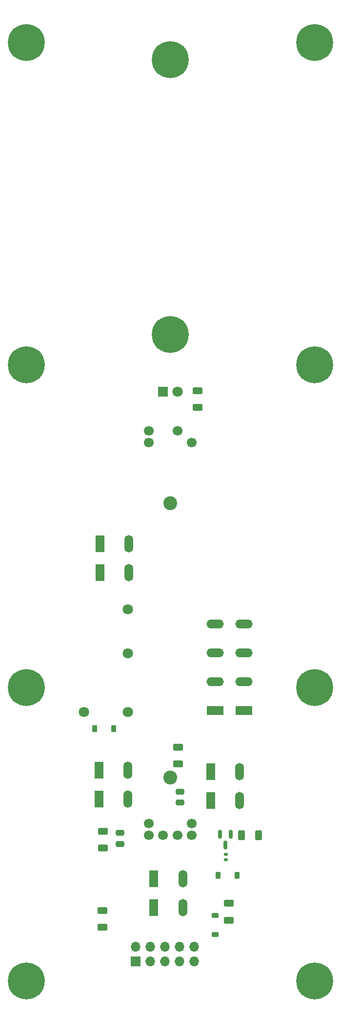
<source format=gbr>
%TF.GenerationSoftware,KiCad,Pcbnew,7.0.8*%
%TF.CreationDate,2023-11-15T13:51:47+01:00*%
%TF.ProjectId,module-rev1,6d6f6475-6c65-42d7-9265-76312e6b6963,rev?*%
%TF.SameCoordinates,Original*%
%TF.FileFunction,Soldermask,Top*%
%TF.FilePolarity,Negative*%
%FSLAX46Y46*%
G04 Gerber Fmt 4.6, Leading zero omitted, Abs format (unit mm)*
G04 Created by KiCad (PCBNEW 7.0.8) date 2023-11-15 13:51:47*
%MOMM*%
%LPD*%
G01*
G04 APERTURE LIST*
G04 Aperture macros list*
%AMRoundRect*
0 Rectangle with rounded corners*
0 $1 Rounding radius*
0 $2 $3 $4 $5 $6 $7 $8 $9 X,Y pos of 4 corners*
0 Add a 4 corners polygon primitive as box body*
4,1,4,$2,$3,$4,$5,$6,$7,$8,$9,$2,$3,0*
0 Add four circle primitives for the rounded corners*
1,1,$1+$1,$2,$3*
1,1,$1+$1,$4,$5*
1,1,$1+$1,$6,$7*
1,1,$1+$1,$8,$9*
0 Add four rect primitives between the rounded corners*
20,1,$1+$1,$2,$3,$4,$5,0*
20,1,$1+$1,$4,$5,$6,$7,0*
20,1,$1+$1,$6,$7,$8,$9,0*
20,1,$1+$1,$8,$9,$2,$3,0*%
G04 Aperture macros list end*
%ADD10R,1.500000X3.000000*%
%ADD11O,1.500000X3.000000*%
%ADD12C,0.800000*%
%ADD13C,6.400000*%
%ADD14RoundRect,0.250000X0.625000X-0.312500X0.625000X0.312500X-0.625000X0.312500X-0.625000X-0.312500X0*%
%ADD15R,3.000000X1.500000*%
%ADD16O,3.000000X1.500000*%
%ADD17RoundRect,0.250000X-0.312500X-0.625000X0.312500X-0.625000X0.312500X0.625000X-0.312500X0.625000X0*%
%ADD18RoundRect,0.250000X0.475000X-0.250000X0.475000X0.250000X-0.475000X0.250000X-0.475000X-0.250000X0*%
%ADD19RoundRect,0.225000X0.225000X0.375000X-0.225000X0.375000X-0.225000X-0.375000X0.225000X-0.375000X0*%
%ADD20RoundRect,0.140000X0.170000X-0.140000X0.170000X0.140000X-0.170000X0.140000X-0.170000X-0.140000X0*%
%ADD21RoundRect,0.250000X-0.625000X0.312500X-0.625000X-0.312500X0.625000X-0.312500X0.625000X0.312500X0*%
%ADD22RoundRect,0.150000X-0.150000X0.587500X-0.150000X-0.587500X0.150000X-0.587500X0.150000X0.587500X0*%
%ADD23RoundRect,0.225000X0.375000X-0.225000X0.375000X0.225000X-0.375000X0.225000X-0.375000X-0.225000X0*%
%ADD24C,1.803400*%
%ADD25RoundRect,0.250000X-0.475000X0.250000X-0.475000X-0.250000X0.475000X-0.250000X0.475000X0.250000X0*%
%ADD26C,1.700000*%
%ADD27C,2.400000*%
%ADD28R,1.800000X1.800000*%
%ADD29C,1.800000*%
%ADD30R,1.700000X1.700000*%
%ADD31O,1.700000X1.700000*%
G04 APERTURE END LIST*
D10*
%TO.C,J502*%
X103470682Y-539623023D03*
X103470682Y-544623023D03*
D11*
X108470682Y-539623023D03*
X108470682Y-544623023D03*
%TD*%
D12*
%TO.C,H108*%
X88320682Y-452873023D03*
X89023626Y-451175967D03*
X89023626Y-454570079D03*
X90720682Y-450473023D03*
D13*
X90720682Y-452873023D03*
D12*
X90720682Y-455273023D03*
X92417738Y-451175967D03*
X92417738Y-454570079D03*
X93120682Y-452873023D03*
%TD*%
%TO.C,H108*%
X138320682Y-452873023D03*
X139023626Y-451175967D03*
X139023626Y-454570079D03*
X140720682Y-450473023D03*
D13*
X140720682Y-452873023D03*
D12*
X140720682Y-455273023D03*
X142417738Y-451175967D03*
X142417738Y-454570079D03*
X143120682Y-452873023D03*
%TD*%
D14*
%TO.C,R501*%
X125820682Y-604823023D03*
X125820682Y-601898023D03*
%TD*%
D15*
%TO.C,U501*%
X123470682Y-568523023D03*
X128470682Y-568523023D03*
D16*
X123470682Y-563523023D03*
X128470682Y-563523023D03*
X123470682Y-558523023D03*
X128470682Y-558523023D03*
X123470682Y-553523023D03*
X128470682Y-553523023D03*
%TD*%
D14*
%TO.C,R504*%
X117020682Y-577760523D03*
X117020682Y-574835523D03*
%TD*%
D10*
%TO.C,SW502*%
X122720682Y-579123023D03*
X122720682Y-584123023D03*
D11*
X127720682Y-579123023D03*
X127720682Y-584123023D03*
%TD*%
D12*
%TO.C,H108*%
X88320682Y-564539689D03*
X89023626Y-562842633D03*
X89023626Y-566236745D03*
X90720682Y-562139689D03*
D13*
X90720682Y-564539689D03*
D12*
X90720682Y-566939689D03*
X92417738Y-562842633D03*
X92417738Y-566236745D03*
X93120682Y-564539689D03*
%TD*%
D17*
%TO.C,R506*%
X128045682Y-590123023D03*
X130970682Y-590123023D03*
%TD*%
D12*
%TO.C,H108*%
X138320682Y-615373023D03*
X139023626Y-613675967D03*
X139023626Y-617070079D03*
X140720682Y-612973023D03*
D13*
X140720682Y-615373023D03*
D12*
X140720682Y-617773023D03*
X142417738Y-613675967D03*
X142417738Y-617070079D03*
X143120682Y-615373023D03*
%TD*%
%TO.C,H108*%
X113300682Y-503374689D03*
X114003626Y-501677633D03*
X114003626Y-505071745D03*
X115700682Y-500974689D03*
D13*
X115700682Y-503374689D03*
D12*
X115700682Y-505774689D03*
X117397738Y-501677633D03*
X117397738Y-505071745D03*
X118100682Y-503374689D03*
%TD*%
%TO.C,H108*%
X88320682Y-508706356D03*
X89023626Y-507009300D03*
X89023626Y-510403412D03*
X90720682Y-506306356D03*
D13*
X90720682Y-508706356D03*
D12*
X90720682Y-511106356D03*
X92417738Y-507009300D03*
X92417738Y-510403412D03*
X93120682Y-508706356D03*
%TD*%
D10*
%TO.C,SW503*%
X103320682Y-578873023D03*
X103320682Y-583873023D03*
D11*
X108320682Y-578873023D03*
X108320682Y-583873023D03*
%TD*%
D14*
%TO.C,R502*%
X103900682Y-606048023D03*
X103900682Y-603123023D03*
%TD*%
D18*
%TO.C,C503*%
X106970682Y-591623023D03*
X106970682Y-589723023D03*
%TD*%
D12*
%TO.C,H108*%
X113300682Y-455874689D03*
X114003626Y-454177633D03*
X114003626Y-457571745D03*
X115700682Y-453474689D03*
D13*
X115700682Y-455874689D03*
D12*
X115700682Y-458274689D03*
X117397738Y-454177633D03*
X117397738Y-457571745D03*
X118100682Y-455874689D03*
%TD*%
D19*
%TO.C,D504*%
X105870682Y-571623023D03*
X102570682Y-571623023D03*
%TD*%
D20*
%TO.C,C501*%
X125320682Y-594378023D03*
X125320682Y-593418023D03*
%TD*%
D21*
%TO.C,R503*%
X120420682Y-513135523D03*
X120420682Y-516060523D03*
%TD*%
D22*
%TO.C,Q501*%
X126170682Y-589935523D03*
X124270682Y-589935523D03*
X125220682Y-591810523D03*
%TD*%
D23*
%TO.C,D501*%
X123470682Y-607298023D03*
X123470682Y-603998023D03*
%TD*%
D24*
%TO.C,K501*%
X108280682Y-568763023D03*
X100660682Y-568763023D03*
X108280682Y-558603023D03*
X108280682Y-550983023D03*
%TD*%
D12*
%TO.C,H108*%
X88320682Y-615373023D03*
X89023626Y-613675967D03*
X89023626Y-617070079D03*
X90720682Y-612973023D03*
D13*
X90720682Y-615373023D03*
D12*
X90720682Y-617773023D03*
X92417738Y-613675967D03*
X92417738Y-617070079D03*
X93120682Y-615373023D03*
%TD*%
D14*
%TO.C,R505*%
X103970682Y-592348023D03*
X103970682Y-589423023D03*
%TD*%
D12*
%TO.C,H108*%
X138320682Y-564539689D03*
X139023626Y-562842633D03*
X139023626Y-566236745D03*
X140720682Y-562139689D03*
D13*
X140720682Y-564539689D03*
D12*
X140720682Y-566939689D03*
X142417738Y-562842633D03*
X142417738Y-566236745D03*
X143120682Y-564539689D03*
%TD*%
D19*
%TO.C,D503*%
X127270682Y-597098023D03*
X123970682Y-597098023D03*
%TD*%
D25*
%TO.C,C502*%
X117320682Y-582548023D03*
X117320682Y-584448023D03*
%TD*%
D10*
%TO.C,SW501*%
X112820682Y-597623023D03*
X112820682Y-602623023D03*
D11*
X117820682Y-597623023D03*
X117820682Y-602623023D03*
%TD*%
D12*
%TO.C,H108*%
X138320682Y-508706356D03*
X139023626Y-507009300D03*
X139023626Y-510403412D03*
X140720682Y-506306356D03*
D13*
X140720682Y-508706356D03*
D12*
X140720682Y-511106356D03*
X142417738Y-507009300D03*
X142417738Y-510403412D03*
X143120682Y-508706356D03*
%TD*%
D26*
%TO.C,RV501*%
X111910682Y-588123023D03*
X119410682Y-588123023D03*
X111910682Y-522123023D03*
X119410682Y-522123023D03*
X116910682Y-590123023D03*
X119410682Y-590123023D03*
X116910682Y-520123023D03*
X111910682Y-590123023D03*
X114410682Y-590123023D03*
D27*
X115660682Y-580123023D03*
X115660682Y-532623023D03*
D26*
X111910682Y-520123023D03*
%TD*%
D28*
%TO.C,D502*%
X114400682Y-513348023D03*
D29*
X116940682Y-513348023D03*
%TD*%
D30*
%TO.C,J501*%
X109640682Y-611998023D03*
D31*
X109640682Y-609458023D03*
X112180682Y-611998023D03*
X112180682Y-609458023D03*
X114720682Y-611998023D03*
X114720682Y-609458023D03*
X117260682Y-611998023D03*
X117260682Y-609458023D03*
X119800682Y-611998023D03*
X119800682Y-609458023D03*
%TD*%
M02*

</source>
